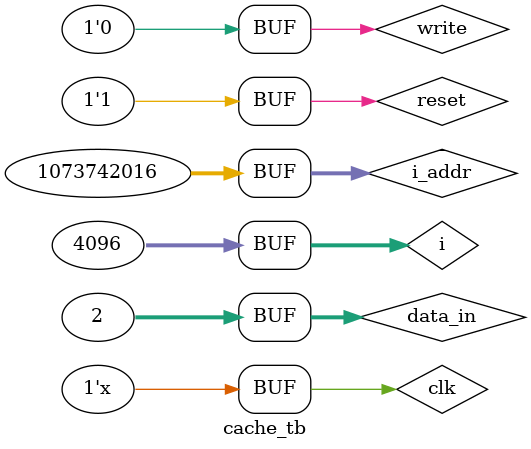
<source format=v>
`timescale 1 ps / 1 ps

module cache_tb();

localparam CLK_PERIOD = 20; //ns
localparam QSTEP = CLK_PERIOD/4;			//a timestep of quarter clock cycle
localparam TIMESTEP = CLK_PERIOD/10;	//a small timestep

localparam N_INPUTS = 10;
// Initialize the random number to 2
//localparam SEED = 32'd2; 

reg clk;
reg reset;
reg [31:0] i_addr;
reg write;
reg [31:0] data_in;
wire [7:0] set;
wire [18:0] tag;
wire [3:0] offset;
wire [11:0] index;
wire [31:0] out;
wire  hit;
reg [1:0] select;
wire miss;
// Generate a 50MHz clock
initial clk = 1'b1;

always #(CLK_PERIOD) clk = ~clk;


/*/////////////////////////////////////////////////////////////////////////////////////TEST ALL MODES FOR A FIXED INSTURCTION SET, START WITH 00 MODE AND TEST ALL HITS AND MISS FOR SAME SET OF INSTRUCTION
////////////////////////////////////////////////////////////////////////////////////////1. First only write and 2. then read and 3. then both 4. test for all then do previous one*/
/*initial
begin
select = 2'b00;
end
/*#CLK_PERIOD
#CLK_PERIOD  // same adddress read next time is hit (later add some other address adn call 1st address again)
select = 2'b01;
#CLK_PERIOD
#CLK_PERIOD 
select = 2'b10;
#CLK_PERIOD
#CLK_PERIOD 
select = 2'b11;
#CLK_PERIOD
#CLK_PERIOD */


/*cache_set_cu dut2 (
 	.address(i_addr),
	.reset(reset),
	.clk(clk),
	.selection_signal(2'b00),
	.set(set),
 	.tag(tag),
 	.offset(offset),
	.index(index)
);*/

cache_memory dut1 ( 
  	//.set(set),
	//.tag(tag),
	//.offset(offset),
	 //.index(index),
	 .clk(clk),
.address(i_addr),
.selection_signal(2'b11),
	 .reset(reset),       // use
	.data_in(data_in),
	.write(write),
	.out(out),
	.hit(hit),
	.miss(miss)
);

integer i;

initial
begin
	for(i=0; i <= 12'd4095; i=i+1'b1) begin
		dut1.RMEM1 [i] = (5);
		dut1.RMEM2 [i] = (5);
		dut1.RMEM3 [i] = (5);
		dut1.RMEM4 [i] = (5);
		dut1.RMEM5 [i] = (5);
		dut1.RMEM6 [i] = (5);
		dut1.RMEM7 [i] = (5);
		dut1.RMEM8 [i] = (5);
	end
end
		




initial
begin
	reset = 1'b0;
	#(CLK_PERIOD);
	reset = 1'b1;
	#(CLK_PERIOD);
	//#(CLK_PERIOD);
	//#(CLK_PERIOD);
	
	write = 1'b1;
	data_in = 32'b0;
	i_addr = 32'b0111_0000_0000_0000_0000_0000_1100_0000;
	#(CLK_PERIOD);
	#(CLK_PERIOD);
	
	write = 1'b1;
	data_in = 32'b10;
	i_addr = 32'b0111_0000_0000_0000_0000_0000_1100_0000;
	#(CLK_PERIOD);
	#(CLK_PERIOD);
	
	write <= 1'b0;
	data_in <= 32'b1;
	i_addr <= 32'd164;
	#(CLK_PERIOD);
	#(CLK_PERIOD);

	write <= 1'b1;
	data_in <= 32'b10;
	i_addr <= 32'd164; 
	#(CLK_PERIOD);
	#(CLK_PERIOD);
	
	
	write <= 1'b0;
	data_in <= 32'b0;
	i_addr <= 32'b0001_0000_0000_0000_0000_0000_1101_0000;
	#(CLK_PERIOD);
	#(CLK_PERIOD);
	
	
	write <= 1'b0;
	data_in <= 32'b10;
	i_addr <= 32'b0101_0000_0000_0000_0000_0000_1101_0000;
	#(CLK_PERIOD);
	#(CLK_PERIOD);
	
	write <= 1'b1;
	data_in <= 32'b10;
	i_addr <= 32'b0111_0000_0000_0000_0000_0000_1100_0000;
	#(CLK_PERIOD);
	#(CLK_PERIOD);
	
	
	write <= 1'b0;
	data_in <= 32'b1;
	i_addr <= 32'b1011_0000_0000_0000_0000_0000_1100_0000;
	#(CLK_PERIOD);
	#(CLK_PERIOD);

	write <= 1'b0;
	data_in <= 32'b10;
	i_addr <= 32'b0100_0000_0000_0000_0000_0000_1100_0000; 
	
	#(CLK_PERIOD);
	#(CLK_PERIOD);
	
	/*write <= 1'b0;
	data_in <= 32'b10;
	i_addr <= 32'b0111_0000_0000_0000_0000_0000_1100_0000;
	#(CLK_PERIOD);
	#(CLK_PERIOD);
	*/

	
end
endmodule 
/*
	#(CLK_PERIOD);
	#(CLK_PERIOD);
	#(CLK_PERIOD);
	#(CLK_PERIOD);
	#(CLK_PERIOD);
	#(CLK_PERIOD);
	#(CLK_PERIOD);
	#(CLK_PERIOD);
	write <= 1'b0;
	//data_in <= 32'b1;
	i_addr <= 32'b0;
	write <= 1'b0;
	//data_in <= 32'b1;
	i_addr <= 32'd1;*/



	
	// Generate N_INPUTS inputs and deliver to circuit
/*	for (prod_i = 0; prod_i < N_INPUTS; prod_i = prod_i + 1) begin
		
		/*while(!o_ready) begin
			//wait for a clock period before checking o_ready again
			#(CLK_PERIOD);
		end*/

		//start on posedge
		
		//advance quarter cycle
/*		#(QSTEP);
		//generate an input value
		i_addr = prod_rand;
		//only change addr after 2 consecutive accesses
		if(prod_i % 2 == 1) begin
			prod_rand = $random(prod_rand);
		end
	
		//advance quarter cycle (now on negedge)
		#(QSTEP);
		//nothing to do here
		
		//advance another quarter cycle
		#(QSTEP);
		//set i_read or i_write
		//i_read = 1'b1;
		write = 1'b0;
		// i_writedata = 1;
		
		//advance another quarter cycle to next posedge
		#(QSTEP);

		write = 1'b1;

		while(!hit) begin
			#(CLK_PERIOD);
		end

		$display("read value: %d", out);
		#(CLK_PERIOD);

	end
	
	$stop(0);
end
*/

/*`timescale 1 ns / 1 ps

module cache_tb();

localparam CLK_PERIOD = 20; //ns
localparam QSTEP = CLK_PERIOD/4;			//a timestep of quarter clock cycle
localparam TIMESTEP = CLK_PERIOD/10;	//a small timestep

localparam TAG_WIDTH = 19;
localparam INDEX_WIDTH = 9;

localparam N_INPUTS = 32;
// Initialize the random number to 2
localparam SEED = 32'd2; 

reg clk;
reg reset;
reg [31:0] i_addr;
reg i_read;
reg i_write;
reg [31:0] i_writedata;

wire [31:0] o_readdata;
wire o_readdata_valid;
wire o_ready;
wire hit;
wire miss;


// Generate a 50MHz clock
initial clk = 1'b1;
always #(CLK_PERIOD/2) clk = ~clk;

// Instantiate the circuit
test dut1 ( 
  	//.set(set),
	//.tag(tag),
	//.offset(offset),
	// .index(index),
	 .clk(clk),
.address(i_addr),
.selection_signal(select),
	 .reset(reset),       // use
	.data_in(i_writedata),
	.write(i_write),
	.out(o_readdata),
	.hit(hit),
	.miss(miss)
);


reg [31:0] prod_rand = SEED;
integer prod_i;
initial begin
	i_read = 1'b0;
	i_write = 1'b0;
	i_writedata = 0;

	// Toggle the reset
	reset = 1'b1;
	#(CLK_PERIOD);
	#(CLK_PERIOD);
	reset = 1'b0;
	#(CLK_PERIOD);
	
	// Generate N_INPUTS inputs and deliver to circuit
	for (prod_i = 0; prod_i < N_INPUTS; prod_i = prod_i + 1) begin
		
		while(!o_ready) begin
			//wait for a clock period before checking o_ready again
			#(CLK_PERIOD);
		end

		//start on posedge
		
		//generate an input value
		i_addr = prod_rand;

		//set i_read or i_write
		i_write = 1'b1;
		// i_write = 1'b1;
		// i_writedata = 1;

		//only change addr after 2 consecutive accesses
		if(prod_i % 2 == 1) begin
			//prod_rand = $random(prod_rand);
			prod_rand = prod_rand + 1048576;
		end

		//advance to next posedge
		#(CLK_PERIOD);

		
		i_write = 1'b0;

		while(!o_readdata_valid) begin
			#(CLK_PERIOD);
		end
		
		$display("read value: %d", o_readdata);
		#(CLK_PERIOD);
	end
	
	$stop(0);
end

endmodule*/




</source>
